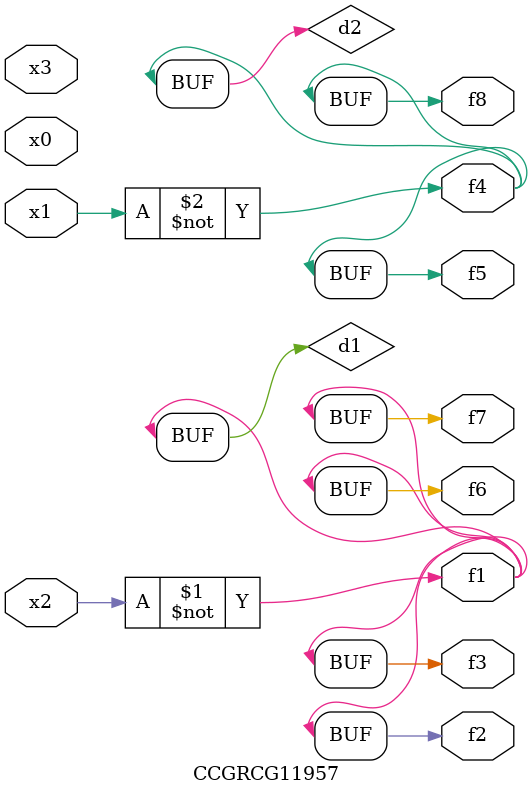
<source format=v>
module CCGRCG11957(
	input x0, x1, x2, x3,
	output f1, f2, f3, f4, f5, f6, f7, f8
);

	wire d1, d2;

	xnor (d1, x2);
	not (d2, x1);
	assign f1 = d1;
	assign f2 = d1;
	assign f3 = d1;
	assign f4 = d2;
	assign f5 = d2;
	assign f6 = d1;
	assign f7 = d1;
	assign f8 = d2;
endmodule

</source>
